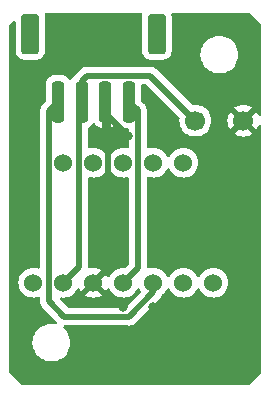
<source format=gbr>
%TF.GenerationSoftware,KiCad,Pcbnew,7.0.8*%
%TF.CreationDate,2024-11-10T19:24:17+09:00*%
%TF.ProjectId,LSM_Module_V0.1.0,4c534d5f-4d6f-4647-956c-655f56302e31,rev?*%
%TF.SameCoordinates,Original*%
%TF.FileFunction,Copper,L1,Top*%
%TF.FilePolarity,Positive*%
%FSLAX46Y46*%
G04 Gerber Fmt 4.6, Leading zero omitted, Abs format (unit mm)*
G04 Created by KiCad (PCBNEW 7.0.8) date 2024-11-10 19:24:17*
%MOMM*%
%LPD*%
G01*
G04 APERTURE LIST*
G04 Aperture macros list*
%AMRoundRect*
0 Rectangle with rounded corners*
0 $1 Rounding radius*
0 $2 $3 $4 $5 $6 $7 $8 $9 X,Y pos of 4 corners*
0 Add a 4 corners polygon primitive as box body*
4,1,4,$2,$3,$4,$5,$6,$7,$8,$9,$2,$3,0*
0 Add four circle primitives for the rounded corners*
1,1,$1+$1,$2,$3*
1,1,$1+$1,$4,$5*
1,1,$1+$1,$6,$7*
1,1,$1+$1,$8,$9*
0 Add four rect primitives between the rounded corners*
20,1,$1+$1,$2,$3,$4,$5,0*
20,1,$1+$1,$4,$5,$6,$7,0*
20,1,$1+$1,$6,$7,$8,$9,0*
20,1,$1+$1,$8,$9,$2,$3,0*%
G04 Aperture macros list end*
%TA.AperFunction,ComponentPad*%
%ADD10C,1.700000*%
%TD*%
%TA.AperFunction,SMDPad,CuDef*%
%ADD11RoundRect,0.250000X0.250000X1.500000X-0.250000X1.500000X-0.250000X-1.500000X0.250000X-1.500000X0*%
%TD*%
%TA.AperFunction,SMDPad,CuDef*%
%ADD12RoundRect,0.250001X0.499999X1.449999X-0.499999X1.449999X-0.499999X-1.449999X0.499999X-1.449999X0*%
%TD*%
%TA.AperFunction,ComponentPad*%
%ADD13C,1.524000*%
%TD*%
%TA.AperFunction,ViaPad*%
%ADD14C,0.800000*%
%TD*%
%TA.AperFunction,Conductor*%
%ADD15C,0.500000*%
%TD*%
G04 APERTURE END LIST*
D10*
%TO.P,J1,1,Pin_1*%
%TO.N,3.3V*%
X16256000Y-9652000D03*
%TD*%
D11*
%TO.P,J7,1,Pin_1*%
%TO.N,SCL*%
X10636000Y-8036000D03*
%TO.P,J7,2,Pin_2*%
%TO.N,GND*%
X8636000Y-8036000D03*
%TO.P,J7,3,Pin_3*%
%TO.N,3.3V*%
X6636000Y-8036000D03*
%TO.P,J7,4,Pin_4*%
%TO.N,SDA*%
X4636000Y-8036000D03*
D12*
%TO.P,J7,MP*%
%TO.N,N/C*%
X12986000Y-2286000D03*
X2286000Y-2286000D03*
%TD*%
D10*
%TO.P,J2,1,Pin_1*%
%TO.N,GND*%
X20320000Y-9652000D03*
%TD*%
D13*
%TO.P,U2,1,VIN*%
%TO.N,unconnected-(U2-VIN-Pad1)*%
X2540000Y-23368000D03*
%TO.P,U2,2,3V3*%
%TO.N,3.3V*%
X5080000Y-23368000D03*
%TO.P,U2,3,GND*%
%TO.N,GND*%
X7620000Y-23368000D03*
%TO.P,U2,4,SCL*%
%TO.N,SCL*%
X10160000Y-23368000D03*
%TO.P,U2,5,SDA*%
%TO.N,SDA*%
X12700000Y-23368000D03*
%TO.P,U2,6,CS*%
%TO.N,unconnected-(U2-CS-Pad6)*%
X15240000Y-23368000D03*
%TO.P,U2,7,SDO*%
%TO.N,unconnected-(U2-SDO-Pad7)*%
X17780000Y-23368000D03*
%TO.P,U2,8,OCS*%
%TO.N,unconnected-(U2-OCS-Pad8)*%
X5080000Y-13208000D03*
%TO.P,U2,9,INT2*%
%TO.N,unconnected-(U2-INT2-Pad9)*%
X7620000Y-13208000D03*
%TO.P,U2,10,INT1*%
%TO.N,unconnected-(U2-INT1-Pad10)*%
X10160000Y-13208000D03*
%TO.P,U2,11,SCX*%
%TO.N,unconnected-(U2-SCX-Pad11)*%
X12700000Y-13208000D03*
%TO.P,U2,12,SDX*%
%TO.N,unconnected-(U2-SDX-Pad12)*%
X15240000Y-13208000D03*
%TD*%
D14*
%TO.N,GND*%
X13208000Y-10922000D03*
X2540000Y-20320000D03*
X15240000Y-17780000D03*
X7620000Y-30480000D03*
X8890000Y-1270000D03*
X20320000Y-17780000D03*
X7620000Y-27940000D03*
X12700000Y-25400000D03*
X10160000Y-30480000D03*
X17780000Y-17780000D03*
X20320000Y-12700000D03*
X12700000Y-30480000D03*
X15240000Y-20320000D03*
X17780000Y-20320000D03*
X20320000Y-20320000D03*
X5080000Y-1270000D03*
X10160000Y-27940000D03*
X12700000Y-27940000D03*
X20320000Y-15240000D03*
X8890000Y-3810000D03*
X5080000Y-3810000D03*
X10522500Y-10922000D03*
X12700000Y-20320000D03*
X10160000Y-25400000D03*
X12700000Y-17780000D03*
X20320000Y-22860000D03*
%TD*%
D15*
%TO.N,SDA*%
X5168000Y-26250000D02*
X10647918Y-26250000D01*
X3868000Y-8804000D02*
X3868000Y-24950000D01*
X4636000Y-8036000D02*
X3868000Y-8804000D01*
X10647918Y-26250000D02*
X12700000Y-24197918D01*
X3868000Y-24950000D02*
X5168000Y-26250000D01*
X12700000Y-24197918D02*
X12700000Y-23368000D01*
%TO.N,SCL*%
X11372000Y-22156000D02*
X10160000Y-23368000D01*
X10636000Y-8036000D02*
X11372000Y-8772000D01*
X11372000Y-8772000D02*
X11372000Y-22156000D01*
%TO.N,3.3V*%
X6636000Y-6286000D02*
X6636000Y-8036000D01*
X16256000Y-9652000D02*
X12440000Y-5836000D01*
X7086000Y-5836000D02*
X6636000Y-6286000D01*
X12440000Y-5836000D02*
X7086000Y-5836000D01*
X6636000Y-8036000D02*
X6408000Y-8264000D01*
X6408000Y-22040000D02*
X5080000Y-23368000D01*
X6408000Y-8264000D02*
X6408000Y-22040000D01*
%TO.N,GND*%
X13462000Y-11176000D02*
X13208000Y-10922000D01*
X20320000Y-9652000D02*
X18796000Y-11176000D01*
X8832000Y-8232000D02*
X8832000Y-22156000D01*
X10522500Y-10922000D02*
X8636000Y-9035500D01*
X8832000Y-22156000D02*
X7620000Y-23368000D01*
X8636000Y-8036000D02*
X8832000Y-8232000D01*
X8636000Y-9035500D02*
X8636000Y-8036000D01*
X18796000Y-11176000D02*
X13462000Y-11176000D01*
%TD*%
%TA.AperFunction,Conductor*%
%TO.N,GND*%
G36*
X8671740Y-24066187D02*
G01*
X8671742Y-24066186D01*
X8717093Y-24001420D01*
X8717100Y-24001408D01*
X8777342Y-23872219D01*
X8823514Y-23819779D01*
X8890707Y-23800627D01*
X8957588Y-23820842D01*
X9002106Y-23872219D01*
X9062464Y-24001658D01*
X9062468Y-24001666D01*
X9189170Y-24182615D01*
X9189175Y-24182621D01*
X9345378Y-24338824D01*
X9345384Y-24338829D01*
X9526333Y-24465531D01*
X9526335Y-24465532D01*
X9526338Y-24465534D01*
X9726550Y-24558894D01*
X9939932Y-24616070D01*
X10097123Y-24629822D01*
X10159998Y-24635323D01*
X10160000Y-24635323D01*
X10160002Y-24635323D01*
X10215017Y-24630509D01*
X10380068Y-24616070D01*
X10593450Y-24558894D01*
X10793662Y-24465534D01*
X10974620Y-24338826D01*
X11130826Y-24182620D01*
X11257534Y-24001662D01*
X11317618Y-23872811D01*
X11363790Y-23820371D01*
X11430983Y-23801219D01*
X11497865Y-23821435D01*
X11542382Y-23872811D01*
X11602347Y-24001408D01*
X11602466Y-24001662D01*
X11638506Y-24053133D01*
X11660833Y-24119338D01*
X11643823Y-24187105D01*
X11624612Y-24211936D01*
X10373369Y-25463181D01*
X10312046Y-25496666D01*
X10285688Y-25499500D01*
X5530229Y-25499500D01*
X5463190Y-25479815D01*
X5442548Y-25463181D01*
X4810980Y-24831612D01*
X4777495Y-24770289D01*
X4782479Y-24700597D01*
X4824351Y-24644664D01*
X4889815Y-24620247D01*
X4909458Y-24620402D01*
X5063621Y-24633890D01*
X5079999Y-24635323D01*
X5080000Y-24635323D01*
X5080002Y-24635323D01*
X5135017Y-24630509D01*
X5300068Y-24616070D01*
X5513450Y-24558894D01*
X5713662Y-24465534D01*
X5894620Y-24338826D01*
X6050826Y-24182620D01*
X6177534Y-24001662D01*
X6237894Y-23872218D01*
X6284066Y-23819779D01*
X6351259Y-23800627D01*
X6418141Y-23820843D01*
X6462658Y-23872219D01*
X6522899Y-24001407D01*
X6522900Y-24001409D01*
X6568258Y-24066187D01*
X7235096Y-23399349D01*
X7235051Y-23399898D01*
X7266266Y-23523162D01*
X7335813Y-23629612D01*
X7436157Y-23707713D01*
X7556422Y-23749000D01*
X7592553Y-23749000D01*
X6921811Y-24419741D01*
X6986582Y-24465094D01*
X6986592Y-24465100D01*
X7186715Y-24558419D01*
X7186729Y-24558424D01*
X7400013Y-24615573D01*
X7400023Y-24615575D01*
X7619999Y-24634821D01*
X7620001Y-24634821D01*
X7839976Y-24615575D01*
X7839986Y-24615573D01*
X8053270Y-24558424D01*
X8053284Y-24558419D01*
X8253408Y-24465100D01*
X8253420Y-24465093D01*
X8318186Y-24419742D01*
X8318187Y-24419740D01*
X7647448Y-23749000D01*
X7651569Y-23749000D01*
X7745421Y-23733339D01*
X7857251Y-23672820D01*
X7943371Y-23579269D01*
X7994448Y-23462823D01*
X8000105Y-23394552D01*
X8671740Y-24066187D01*
G37*
%TD.AperFunction*%
%TA.AperFunction,Conductor*%
G36*
X8957865Y-13661435D02*
G01*
X9002382Y-13712811D01*
X9062464Y-13841658D01*
X9062468Y-13841666D01*
X9189170Y-14022615D01*
X9189175Y-14022621D01*
X9345378Y-14178824D01*
X9345384Y-14178829D01*
X9526333Y-14305531D01*
X9526335Y-14305532D01*
X9526338Y-14305534D01*
X9726550Y-14398894D01*
X9939932Y-14456070D01*
X10097123Y-14469822D01*
X10159998Y-14475323D01*
X10160000Y-14475323D01*
X10160002Y-14475323D01*
X10215017Y-14470509D01*
X10380068Y-14456070D01*
X10465407Y-14433203D01*
X10535255Y-14434864D01*
X10593118Y-14474026D01*
X10620623Y-14538254D01*
X10621500Y-14552977D01*
X10621500Y-21793769D01*
X10601815Y-21860808D01*
X10585181Y-21881450D01*
X10390272Y-22076358D01*
X10328949Y-22109843D01*
X10291785Y-22112205D01*
X10160003Y-22100677D01*
X10159998Y-22100677D01*
X9939937Y-22119929D01*
X9939929Y-22119930D01*
X9726554Y-22177104D01*
X9726548Y-22177107D01*
X9526340Y-22270465D01*
X9526338Y-22270466D01*
X9345377Y-22397175D01*
X9189175Y-22553377D01*
X9062467Y-22734337D01*
X9062466Y-22734339D01*
X9062348Y-22734593D01*
X9002105Y-22863782D01*
X8955932Y-22916221D01*
X8888738Y-22935372D01*
X8821857Y-22915156D01*
X8777341Y-22863780D01*
X8717100Y-22734593D01*
X8717099Y-22734591D01*
X8671740Y-22669811D01*
X8004903Y-23336648D01*
X8004949Y-23336102D01*
X7973734Y-23212838D01*
X7904187Y-23106388D01*
X7803843Y-23028287D01*
X7683578Y-22987000D01*
X7647447Y-22987000D01*
X8318187Y-22316258D01*
X8253409Y-22270900D01*
X8253407Y-22270899D01*
X8053284Y-22177580D01*
X8053270Y-22177575D01*
X7839986Y-22120426D01*
X7839976Y-22120424D01*
X7620001Y-22101179D01*
X7619999Y-22101179D01*
X7400023Y-22120424D01*
X7400010Y-22120427D01*
X7314592Y-22143314D01*
X7244743Y-22141651D01*
X7186880Y-22102488D01*
X7159377Y-22038259D01*
X7158500Y-22023539D01*
X7158500Y-14552977D01*
X7178185Y-14485938D01*
X7230989Y-14440183D01*
X7300147Y-14430239D01*
X7314581Y-14433200D01*
X7399932Y-14456070D01*
X7557123Y-14469822D01*
X7619998Y-14475323D01*
X7620000Y-14475323D01*
X7620002Y-14475323D01*
X7675017Y-14470509D01*
X7840068Y-14456070D01*
X8053450Y-14398894D01*
X8253662Y-14305534D01*
X8434620Y-14178826D01*
X8590826Y-14022620D01*
X8717534Y-13841662D01*
X8777618Y-13712811D01*
X8823790Y-13660371D01*
X8890983Y-13641219D01*
X8957865Y-13661435D01*
G37*
%TD.AperFunction*%
%TA.AperFunction,Conductor*%
G36*
X8829039Y-7805685D02*
G01*
X8874794Y-7858489D01*
X8886000Y-7910000D01*
X8886000Y-10285999D01*
X8935972Y-10285999D01*
X8935986Y-10285998D01*
X9038697Y-10275505D01*
X9205119Y-10220358D01*
X9205124Y-10220356D01*
X9354345Y-10128315D01*
X9478317Y-10004343D01*
X9530167Y-9920281D01*
X9582115Y-9873556D01*
X9651077Y-9862333D01*
X9715159Y-9890176D01*
X9741244Y-9920279D01*
X9793288Y-10004656D01*
X9917344Y-10128712D01*
X10066666Y-10220814D01*
X10233203Y-10275999D01*
X10335991Y-10286500D01*
X10497500Y-10286499D01*
X10564539Y-10306183D01*
X10610294Y-10358987D01*
X10621500Y-10410499D01*
X10621500Y-11863021D01*
X10601815Y-11930060D01*
X10549011Y-11975815D01*
X10479853Y-11985759D01*
X10465407Y-11982796D01*
X10380073Y-11959931D01*
X10380069Y-11959930D01*
X10380068Y-11959930D01*
X10380067Y-11959929D01*
X10380062Y-11959929D01*
X10160002Y-11940677D01*
X10159998Y-11940677D01*
X9939937Y-11959929D01*
X9939929Y-11959930D01*
X9726554Y-12017104D01*
X9726548Y-12017107D01*
X9526340Y-12110465D01*
X9526338Y-12110466D01*
X9345377Y-12237175D01*
X9189175Y-12393377D01*
X9062466Y-12574338D01*
X9062465Y-12574340D01*
X9002382Y-12703189D01*
X8956209Y-12755628D01*
X8889016Y-12774780D01*
X8822135Y-12754564D01*
X8777618Y-12703189D01*
X8717534Y-12574340D01*
X8717533Y-12574338D01*
X8590827Y-12393381D01*
X8590823Y-12393377D01*
X8434620Y-12237174D01*
X8434616Y-12237171D01*
X8434615Y-12237170D01*
X8253666Y-12110468D01*
X8253662Y-12110466D01*
X8197499Y-12084277D01*
X8053450Y-12017106D01*
X8053447Y-12017105D01*
X8053445Y-12017104D01*
X7840070Y-11959930D01*
X7840062Y-11959929D01*
X7620002Y-11940677D01*
X7619998Y-11940677D01*
X7399937Y-11959929D01*
X7399926Y-11959931D01*
X7314593Y-11982796D01*
X7244743Y-11981133D01*
X7186881Y-11941970D01*
X7159377Y-11877741D01*
X7158500Y-11863021D01*
X7158500Y-10318908D01*
X7178185Y-10251869D01*
X7217404Y-10213369D01*
X7354656Y-10128712D01*
X7478712Y-10004656D01*
X7530755Y-9920279D01*
X7582701Y-9873556D01*
X7651664Y-9862333D01*
X7715746Y-9890176D01*
X7741831Y-9920280D01*
X7793680Y-10004340D01*
X7793683Y-10004344D01*
X7917654Y-10128315D01*
X8066875Y-10220356D01*
X8066880Y-10220358D01*
X8233302Y-10275505D01*
X8233309Y-10275506D01*
X8336019Y-10285999D01*
X8385999Y-10285998D01*
X8386000Y-10285998D01*
X8386000Y-7910000D01*
X8405685Y-7842961D01*
X8458489Y-7797206D01*
X8510000Y-7786000D01*
X8762000Y-7786000D01*
X8829039Y-7805685D01*
G37*
%TD.AperFunction*%
%TA.AperFunction,Conductor*%
G36*
X11699377Y-527685D02*
G01*
X11745132Y-580489D01*
X11755076Y-649647D01*
X11750043Y-671006D01*
X11746001Y-683201D01*
X11746000Y-683204D01*
X11735500Y-785984D01*
X11735500Y-3786015D01*
X11746000Y-3888795D01*
X11746001Y-3888796D01*
X11801186Y-4055335D01*
X11801187Y-4055337D01*
X11893286Y-4204651D01*
X11893289Y-4204655D01*
X12017344Y-4328710D01*
X12017348Y-4328713D01*
X12166662Y-4420812D01*
X12166664Y-4420813D01*
X12166666Y-4420814D01*
X12333203Y-4475999D01*
X12435992Y-4486500D01*
X12435997Y-4486500D01*
X13536003Y-4486500D01*
X13536008Y-4486500D01*
X13638797Y-4475999D01*
X13805334Y-4420814D01*
X13954655Y-4328711D01*
X14078711Y-4204655D01*
X14165469Y-4064000D01*
X16682551Y-4064000D01*
X16702317Y-4315151D01*
X16761126Y-4560110D01*
X16857533Y-4792859D01*
X16989160Y-5007653D01*
X16989161Y-5007656D01*
X16989164Y-5007659D01*
X17152776Y-5199224D01*
X17291224Y-5317470D01*
X17344343Y-5362838D01*
X17344346Y-5362839D01*
X17559140Y-5494466D01*
X17791889Y-5590873D01*
X18036852Y-5649683D01*
X18192950Y-5661968D01*
X18225116Y-5664500D01*
X18225118Y-5664500D01*
X18350884Y-5664500D01*
X18380518Y-5662167D01*
X18539148Y-5649683D01*
X18784111Y-5590873D01*
X19016859Y-5494466D01*
X19231659Y-5362836D01*
X19423224Y-5199224D01*
X19586836Y-5007659D01*
X19718466Y-4792859D01*
X19814873Y-4560111D01*
X19873683Y-4315148D01*
X19893449Y-4064000D01*
X19873683Y-3812852D01*
X19814873Y-3567889D01*
X19718466Y-3335141D01*
X19718466Y-3335140D01*
X19586839Y-3120346D01*
X19586838Y-3120343D01*
X19549875Y-3077066D01*
X19423224Y-2928776D01*
X19296571Y-2820604D01*
X19231656Y-2765161D01*
X19231653Y-2765160D01*
X19016859Y-2633533D01*
X18784110Y-2537126D01*
X18539150Y-2478317D01*
X18350884Y-2463500D01*
X18350882Y-2463500D01*
X18225118Y-2463500D01*
X18225116Y-2463500D01*
X18036849Y-2478317D01*
X17791889Y-2537126D01*
X17559140Y-2633533D01*
X17344346Y-2765160D01*
X17344343Y-2765161D01*
X17152776Y-2928776D01*
X16989161Y-3120343D01*
X16989160Y-3120346D01*
X16857533Y-3335140D01*
X16761126Y-3567889D01*
X16702317Y-3812848D01*
X16682551Y-4064000D01*
X14165469Y-4064000D01*
X14170814Y-4055334D01*
X14225999Y-3888797D01*
X14236500Y-3786008D01*
X14236500Y-785992D01*
X14225999Y-683203D01*
X14221956Y-671004D01*
X14219554Y-601177D01*
X14255285Y-541135D01*
X14317805Y-509942D01*
X14339662Y-508000D01*
X20776638Y-508000D01*
X20843677Y-527685D01*
X20864319Y-544319D01*
X21807681Y-1487681D01*
X21841166Y-1549004D01*
X21844000Y-1575362D01*
X21844000Y-9181770D01*
X21824315Y-9248809D01*
X21771511Y-9294564D01*
X21702353Y-9304508D01*
X21638797Y-9275483D01*
X21601023Y-9216705D01*
X21600225Y-9213864D01*
X21593432Y-9188513D01*
X21593429Y-9188507D01*
X21493600Y-8974423D01*
X21493599Y-8974421D01*
X21434925Y-8890626D01*
X21434925Y-8890625D01*
X20803076Y-9522475D01*
X20779493Y-9442156D01*
X20701761Y-9321202D01*
X20593100Y-9227048D01*
X20462315Y-9167320D01*
X20452533Y-9165913D01*
X21081373Y-8537073D01*
X21081373Y-8537072D01*
X20997583Y-8478402D01*
X20997579Y-8478400D01*
X20783492Y-8378570D01*
X20783483Y-8378566D01*
X20555326Y-8317432D01*
X20555315Y-8317430D01*
X20320002Y-8296843D01*
X20319998Y-8296843D01*
X20084684Y-8317430D01*
X20084673Y-8317432D01*
X19856516Y-8378566D01*
X19856507Y-8378570D01*
X19642419Y-8478401D01*
X19558625Y-8537072D01*
X20187466Y-9165913D01*
X20177685Y-9167320D01*
X20046900Y-9227048D01*
X19938239Y-9321202D01*
X19860507Y-9442156D01*
X19836923Y-9522475D01*
X19205073Y-8890625D01*
X19205072Y-8890625D01*
X19146401Y-8974419D01*
X19046570Y-9188507D01*
X19046566Y-9188516D01*
X18985432Y-9416673D01*
X18985430Y-9416684D01*
X18964843Y-9651998D01*
X18964843Y-9652001D01*
X18985430Y-9887315D01*
X18985432Y-9887326D01*
X19046566Y-10115483D01*
X19046570Y-10115492D01*
X19146400Y-10329579D01*
X19146402Y-10329583D01*
X19205072Y-10413373D01*
X19205073Y-10413373D01*
X19836923Y-9781523D01*
X19860507Y-9861844D01*
X19938239Y-9982798D01*
X20046900Y-10076952D01*
X20177685Y-10136680D01*
X20187466Y-10138086D01*
X19558625Y-10766925D01*
X19642421Y-10825599D01*
X19856507Y-10925429D01*
X19856516Y-10925433D01*
X20084673Y-10986567D01*
X20084684Y-10986569D01*
X20319998Y-11007157D01*
X20320002Y-11007157D01*
X20555315Y-10986569D01*
X20555326Y-10986567D01*
X20783483Y-10925433D01*
X20783492Y-10925429D01*
X20997578Y-10825600D01*
X20997582Y-10825598D01*
X21081373Y-10766926D01*
X21081373Y-10766925D01*
X20452533Y-10138086D01*
X20462315Y-10136680D01*
X20593100Y-10076952D01*
X20701761Y-9982798D01*
X20779493Y-9861844D01*
X20803076Y-9781524D01*
X21434925Y-10413373D01*
X21434926Y-10413373D01*
X21493598Y-10329582D01*
X21493600Y-10329578D01*
X21593429Y-10115492D01*
X21593433Y-10115483D01*
X21600225Y-10090136D01*
X21636589Y-10030476D01*
X21699436Y-9999946D01*
X21768812Y-10008240D01*
X21822690Y-10052725D01*
X21843965Y-10119277D01*
X21844000Y-10122229D01*
X21844000Y-30936638D01*
X21824315Y-31003677D01*
X21807681Y-31024319D01*
X20864319Y-31967681D01*
X20802996Y-32001166D01*
X20776638Y-32004000D01*
X1575362Y-32004000D01*
X1508323Y-31984315D01*
X1487681Y-31967681D01*
X544319Y-31024319D01*
X510834Y-30962996D01*
X508000Y-30936638D01*
X508000Y-23368002D01*
X1272677Y-23368002D01*
X1291929Y-23588062D01*
X1291930Y-23588070D01*
X1349104Y-23801445D01*
X1349105Y-23801447D01*
X1349106Y-23801450D01*
X1382106Y-23872219D01*
X1442466Y-24001662D01*
X1442468Y-24001666D01*
X1569170Y-24182615D01*
X1569175Y-24182621D01*
X1725378Y-24338824D01*
X1725384Y-24338829D01*
X1906333Y-24465531D01*
X1906335Y-24465532D01*
X1906338Y-24465534D01*
X2106550Y-24558894D01*
X2319932Y-24616070D01*
X2477123Y-24629822D01*
X2539998Y-24635323D01*
X2540000Y-24635323D01*
X2540002Y-24635323D01*
X2595017Y-24630509D01*
X2760068Y-24616070D01*
X2961410Y-24562120D01*
X3031256Y-24563783D01*
X3089118Y-24602945D01*
X3116623Y-24667173D01*
X3117500Y-24681895D01*
X3117500Y-24886294D01*
X3116191Y-24904263D01*
X3112710Y-24928025D01*
X3117264Y-24980064D01*
X3117500Y-24985470D01*
X3117500Y-24993709D01*
X3121306Y-25026274D01*
X3128000Y-25102791D01*
X3129461Y-25109867D01*
X3129403Y-25109878D01*
X3131034Y-25117237D01*
X3131092Y-25117224D01*
X3132757Y-25124250D01*
X3159025Y-25196424D01*
X3183185Y-25269331D01*
X3186236Y-25275874D01*
X3186182Y-25275898D01*
X3189470Y-25282688D01*
X3189521Y-25282663D01*
X3192761Y-25289113D01*
X3192762Y-25289114D01*
X3192763Y-25289117D01*
X3234965Y-25353283D01*
X3275287Y-25418655D01*
X3279766Y-25424319D01*
X3279719Y-25424356D01*
X3284482Y-25430202D01*
X3284528Y-25430164D01*
X3289173Y-25435700D01*
X3345018Y-25488386D01*
X4535627Y-26678994D01*
X4569112Y-26740317D01*
X4564128Y-26810008D01*
X4522257Y-26865942D01*
X4456792Y-26890359D01*
X4418999Y-26887249D01*
X4315151Y-26862317D01*
X4126884Y-26847500D01*
X4126882Y-26847500D01*
X4001118Y-26847500D01*
X4001116Y-26847500D01*
X3812849Y-26862317D01*
X3567889Y-26921126D01*
X3335140Y-27017533D01*
X3120346Y-27149160D01*
X3120343Y-27149161D01*
X2928776Y-27312776D01*
X2765161Y-27504343D01*
X2765160Y-27504346D01*
X2633533Y-27719140D01*
X2537126Y-27951889D01*
X2478317Y-28196848D01*
X2458551Y-28448000D01*
X2478317Y-28699151D01*
X2537126Y-28944110D01*
X2633533Y-29176859D01*
X2765160Y-29391653D01*
X2765161Y-29391656D01*
X2765164Y-29391659D01*
X2928776Y-29583224D01*
X3077066Y-29709875D01*
X3120343Y-29746838D01*
X3120346Y-29746839D01*
X3335140Y-29878466D01*
X3567889Y-29974873D01*
X3812852Y-30033683D01*
X3968950Y-30045968D01*
X4001116Y-30048500D01*
X4001118Y-30048500D01*
X4126884Y-30048500D01*
X4156518Y-30046167D01*
X4315148Y-30033683D01*
X4560111Y-29974873D01*
X4792859Y-29878466D01*
X5007659Y-29746836D01*
X5199224Y-29583224D01*
X5362836Y-29391659D01*
X5494466Y-29176859D01*
X5590873Y-28944111D01*
X5649683Y-28699148D01*
X5669449Y-28448000D01*
X5649683Y-28196852D01*
X5590873Y-27951889D01*
X5494466Y-27719141D01*
X5494466Y-27719140D01*
X5362839Y-27504346D01*
X5362838Y-27504343D01*
X5325875Y-27461066D01*
X5199224Y-27312776D01*
X5089541Y-27219098D01*
X5051349Y-27160592D01*
X5050851Y-27090724D01*
X5088204Y-27031678D01*
X5151551Y-27002200D01*
X5166460Y-27000862D01*
X5177366Y-27000545D01*
X5178923Y-27000500D01*
X10584213Y-27000500D01*
X10602183Y-27001809D01*
X10625941Y-27005289D01*
X10677986Y-27000735D01*
X10683388Y-27000500D01*
X10691622Y-27000500D01*
X10691627Y-27000500D01*
X10703245Y-26999141D01*
X10724194Y-26996693D01*
X10736946Y-26995577D01*
X10800715Y-26989999D01*
X10800723Y-26989996D01*
X10807784Y-26988539D01*
X10807796Y-26988598D01*
X10815161Y-26986965D01*
X10815147Y-26986906D01*
X10822164Y-26985241D01*
X10822173Y-26985241D01*
X10894341Y-26958974D01*
X10967252Y-26934814D01*
X10967261Y-26934807D01*
X10973800Y-26931760D01*
X10973826Y-26931816D01*
X10980608Y-26928532D01*
X10980581Y-26928478D01*
X10987024Y-26925240D01*
X10987035Y-26925237D01*
X11051201Y-26883034D01*
X11116574Y-26842712D01*
X11116580Y-26842705D01*
X11122243Y-26838229D01*
X11122280Y-26838277D01*
X11128122Y-26833518D01*
X11128082Y-26833471D01*
X11133604Y-26828836D01*
X11133614Y-26828830D01*
X11157179Y-26803852D01*
X11186304Y-26772982D01*
X12849417Y-25109867D01*
X13185638Y-24773645D01*
X13199267Y-24761868D01*
X13218530Y-24747528D01*
X13218532Y-24747524D01*
X13218534Y-24747524D01*
X13236663Y-24725917D01*
X13252113Y-24707503D01*
X13255767Y-24703517D01*
X13261589Y-24697696D01*
X13281928Y-24671972D01*
X13287162Y-24665733D01*
X13331302Y-24613132D01*
X13331304Y-24613127D01*
X13335272Y-24607097D01*
X13335323Y-24607130D01*
X13339369Y-24600778D01*
X13339317Y-24600746D01*
X13343109Y-24594597D01*
X13343111Y-24594595D01*
X13375569Y-24524987D01*
X13410040Y-24456351D01*
X13410043Y-24456335D01*
X13412510Y-24449562D01*
X13412568Y-24449583D01*
X13415035Y-24442485D01*
X13414977Y-24442466D01*
X13416662Y-24437379D01*
X13416960Y-24436947D01*
X13417951Y-24434098D01*
X13420317Y-24429027D01*
X13421924Y-24429776D01*
X13456428Y-24379929D01*
X13463218Y-24374817D01*
X13514620Y-24338826D01*
X13670826Y-24182620D01*
X13797534Y-24001662D01*
X13857618Y-23872811D01*
X13903790Y-23820371D01*
X13970983Y-23801219D01*
X14037865Y-23821435D01*
X14082382Y-23872811D01*
X14142464Y-24001658D01*
X14142468Y-24001666D01*
X14269170Y-24182615D01*
X14269175Y-24182621D01*
X14425378Y-24338824D01*
X14425384Y-24338829D01*
X14606333Y-24465531D01*
X14606335Y-24465532D01*
X14606338Y-24465534D01*
X14806550Y-24558894D01*
X15019932Y-24616070D01*
X15177123Y-24629822D01*
X15239998Y-24635323D01*
X15240000Y-24635323D01*
X15240002Y-24635323D01*
X15295017Y-24630509D01*
X15460068Y-24616070D01*
X15673450Y-24558894D01*
X15873662Y-24465534D01*
X16054620Y-24338826D01*
X16210826Y-24182620D01*
X16337534Y-24001662D01*
X16397618Y-23872811D01*
X16443790Y-23820371D01*
X16510983Y-23801219D01*
X16577865Y-23821435D01*
X16622382Y-23872811D01*
X16682464Y-24001658D01*
X16682468Y-24001666D01*
X16809170Y-24182615D01*
X16809175Y-24182621D01*
X16965378Y-24338824D01*
X16965384Y-24338829D01*
X17146333Y-24465531D01*
X17146335Y-24465532D01*
X17146338Y-24465534D01*
X17346550Y-24558894D01*
X17559932Y-24616070D01*
X17717123Y-24629822D01*
X17779998Y-24635323D01*
X17780000Y-24635323D01*
X17780002Y-24635323D01*
X17835017Y-24630509D01*
X18000068Y-24616070D01*
X18213450Y-24558894D01*
X18413662Y-24465534D01*
X18594620Y-24338826D01*
X18750826Y-24182620D01*
X18877534Y-24001662D01*
X18970894Y-23801450D01*
X19028070Y-23588068D01*
X19047323Y-23368000D01*
X19044532Y-23336102D01*
X19030754Y-23178613D01*
X19028070Y-23147932D01*
X18970894Y-22934550D01*
X18877534Y-22734339D01*
X18814180Y-22643859D01*
X18750827Y-22553381D01*
X18711498Y-22514052D01*
X18594620Y-22397174D01*
X18594616Y-22397171D01*
X18594615Y-22397170D01*
X18413666Y-22270468D01*
X18413662Y-22270466D01*
X18356307Y-22243721D01*
X18213450Y-22177106D01*
X18213447Y-22177105D01*
X18213445Y-22177104D01*
X18000070Y-22119930D01*
X18000062Y-22119929D01*
X17780002Y-22100677D01*
X17779998Y-22100677D01*
X17559937Y-22119929D01*
X17559929Y-22119930D01*
X17346554Y-22177104D01*
X17346548Y-22177107D01*
X17146340Y-22270465D01*
X17146338Y-22270466D01*
X16965377Y-22397175D01*
X16809175Y-22553377D01*
X16682466Y-22734338D01*
X16682465Y-22734340D01*
X16622382Y-22863189D01*
X16576209Y-22915628D01*
X16509016Y-22934780D01*
X16442135Y-22914564D01*
X16397618Y-22863189D01*
X16337652Y-22734593D01*
X16337534Y-22734339D01*
X16274180Y-22643859D01*
X16210827Y-22553381D01*
X16171498Y-22514052D01*
X16054620Y-22397174D01*
X16054616Y-22397171D01*
X16054615Y-22397170D01*
X15873666Y-22270468D01*
X15873662Y-22270466D01*
X15816307Y-22243721D01*
X15673450Y-22177106D01*
X15673447Y-22177105D01*
X15673445Y-22177104D01*
X15460070Y-22119930D01*
X15460062Y-22119929D01*
X15240002Y-22100677D01*
X15239998Y-22100677D01*
X15019937Y-22119929D01*
X15019929Y-22119930D01*
X14806554Y-22177104D01*
X14806548Y-22177107D01*
X14606340Y-22270465D01*
X14606338Y-22270466D01*
X14425377Y-22397175D01*
X14269175Y-22553377D01*
X14142466Y-22734338D01*
X14142465Y-22734340D01*
X14082382Y-22863189D01*
X14036209Y-22915628D01*
X13969016Y-22934780D01*
X13902135Y-22914564D01*
X13857618Y-22863189D01*
X13797652Y-22734593D01*
X13797534Y-22734339D01*
X13734180Y-22643859D01*
X13670827Y-22553381D01*
X13631498Y-22514052D01*
X13514620Y-22397174D01*
X13514616Y-22397171D01*
X13514615Y-22397170D01*
X13333666Y-22270468D01*
X13333662Y-22270466D01*
X13276307Y-22243721D01*
X13133450Y-22177106D01*
X13133447Y-22177105D01*
X13133445Y-22177104D01*
X12920070Y-22119930D01*
X12920062Y-22119929D01*
X12700002Y-22100677D01*
X12699998Y-22100677D01*
X12479937Y-22119929D01*
X12479926Y-22119931D01*
X12278593Y-22173878D01*
X12208743Y-22172215D01*
X12150881Y-22133052D01*
X12123377Y-22068824D01*
X12122500Y-22054103D01*
X12122500Y-14521895D01*
X12142185Y-14454856D01*
X12194989Y-14409101D01*
X12264147Y-14399157D01*
X12278574Y-14402116D01*
X12479932Y-14456070D01*
X12637123Y-14469822D01*
X12699998Y-14475323D01*
X12700000Y-14475323D01*
X12700002Y-14475323D01*
X12755017Y-14470509D01*
X12920068Y-14456070D01*
X13133450Y-14398894D01*
X13333662Y-14305534D01*
X13514620Y-14178826D01*
X13670826Y-14022620D01*
X13797534Y-13841662D01*
X13857618Y-13712811D01*
X13903790Y-13660371D01*
X13970983Y-13641219D01*
X14037865Y-13661435D01*
X14082382Y-13712811D01*
X14142464Y-13841658D01*
X14142468Y-13841666D01*
X14269170Y-14022615D01*
X14269175Y-14022621D01*
X14425378Y-14178824D01*
X14425384Y-14178829D01*
X14606333Y-14305531D01*
X14606335Y-14305532D01*
X14606338Y-14305534D01*
X14806550Y-14398894D01*
X15019932Y-14456070D01*
X15177123Y-14469822D01*
X15239998Y-14475323D01*
X15240000Y-14475323D01*
X15240002Y-14475323D01*
X15295017Y-14470509D01*
X15460068Y-14456070D01*
X15673450Y-14398894D01*
X15873662Y-14305534D01*
X16054620Y-14178826D01*
X16210826Y-14022620D01*
X16337534Y-13841662D01*
X16430894Y-13641450D01*
X16488070Y-13428068D01*
X16507323Y-13208000D01*
X16488070Y-12987932D01*
X16430894Y-12774550D01*
X16337534Y-12574339D01*
X16210826Y-12393380D01*
X16054620Y-12237174D01*
X16054616Y-12237171D01*
X16054615Y-12237170D01*
X15873666Y-12110468D01*
X15873662Y-12110466D01*
X15817499Y-12084277D01*
X15673450Y-12017106D01*
X15673447Y-12017105D01*
X15673445Y-12017104D01*
X15460070Y-11959930D01*
X15460062Y-11959929D01*
X15240002Y-11940677D01*
X15239998Y-11940677D01*
X15019937Y-11959929D01*
X15019929Y-11959930D01*
X14806554Y-12017104D01*
X14806548Y-12017107D01*
X14606340Y-12110465D01*
X14606338Y-12110466D01*
X14425377Y-12237175D01*
X14269175Y-12393377D01*
X14142466Y-12574338D01*
X14142465Y-12574340D01*
X14082382Y-12703189D01*
X14036209Y-12755628D01*
X13969016Y-12774780D01*
X13902135Y-12754564D01*
X13857618Y-12703189D01*
X13797534Y-12574340D01*
X13797533Y-12574338D01*
X13670827Y-12393381D01*
X13670823Y-12393377D01*
X13514620Y-12237174D01*
X13514616Y-12237171D01*
X13514615Y-12237170D01*
X13333666Y-12110468D01*
X13333662Y-12110466D01*
X13277499Y-12084277D01*
X13133450Y-12017106D01*
X13133447Y-12017105D01*
X13133445Y-12017104D01*
X12920070Y-11959930D01*
X12920062Y-11959929D01*
X12700002Y-11940677D01*
X12699998Y-11940677D01*
X12479937Y-11959929D01*
X12479926Y-11959931D01*
X12278593Y-12013878D01*
X12208743Y-12012215D01*
X12150881Y-11973052D01*
X12123377Y-11908824D01*
X12122500Y-11894103D01*
X12122500Y-8835705D01*
X12123809Y-8817735D01*
X12127289Y-8793974D01*
X12122736Y-8741939D01*
X12122500Y-8736532D01*
X12122500Y-8728296D01*
X12122500Y-8728291D01*
X12118691Y-8695705D01*
X12111998Y-8619203D01*
X12111995Y-8619194D01*
X12110538Y-8612135D01*
X12110598Y-8612122D01*
X12108965Y-8604757D01*
X12108906Y-8604772D01*
X12107241Y-8597749D01*
X12107241Y-8597745D01*
X12080971Y-8525568D01*
X12065198Y-8477967D01*
X12056816Y-8452670D01*
X12053761Y-8446118D01*
X12053815Y-8446092D01*
X12050533Y-8439312D01*
X12050480Y-8439340D01*
X12047238Y-8432886D01*
X12047237Y-8432883D01*
X12005038Y-8368723D01*
X11964712Y-8303344D01*
X11964711Y-8303343D01*
X11964710Y-8303341D01*
X11960234Y-8297681D01*
X11960280Y-8297643D01*
X11955519Y-8291799D01*
X11955474Y-8291838D01*
X11950834Y-8286308D01*
X11894982Y-8233613D01*
X11672818Y-8011449D01*
X11639333Y-7950126D01*
X11636499Y-7923768D01*
X11636499Y-6710500D01*
X11656184Y-6643461D01*
X11708988Y-6597706D01*
X11760499Y-6586500D01*
X12077770Y-6586500D01*
X12144809Y-6606185D01*
X12165451Y-6622819D01*
X14883130Y-9340498D01*
X14916615Y-9401821D01*
X14918977Y-9438986D01*
X14900341Y-9651997D01*
X14900341Y-9652000D01*
X14920936Y-9887403D01*
X14920938Y-9887413D01*
X14982094Y-10115655D01*
X14982096Y-10115659D01*
X14982097Y-10115663D01*
X15030917Y-10220358D01*
X15081965Y-10329830D01*
X15081967Y-10329834D01*
X15138450Y-10410499D01*
X15217505Y-10523401D01*
X15384599Y-10690495D01*
X15481384Y-10758265D01*
X15578165Y-10826032D01*
X15578167Y-10826033D01*
X15578170Y-10826035D01*
X15792337Y-10925903D01*
X16020592Y-10987063D01*
X16208918Y-11003539D01*
X16255999Y-11007659D01*
X16256000Y-11007659D01*
X16256001Y-11007659D01*
X16295234Y-11004226D01*
X16491408Y-10987063D01*
X16719663Y-10925903D01*
X16933830Y-10826035D01*
X17127401Y-10690495D01*
X17294495Y-10523401D01*
X17430035Y-10329830D01*
X17529903Y-10115663D01*
X17591063Y-9887408D01*
X17611659Y-9652000D01*
X17591063Y-9416592D01*
X17529903Y-9188337D01*
X17430035Y-8974171D01*
X17371537Y-8890626D01*
X17294494Y-8780597D01*
X17127402Y-8613506D01*
X17127395Y-8613501D01*
X17114907Y-8604757D01*
X17030376Y-8545567D01*
X16933834Y-8477967D01*
X16933830Y-8477965D01*
X16865478Y-8446092D01*
X16719663Y-8378097D01*
X16719659Y-8378096D01*
X16719655Y-8378094D01*
X16491413Y-8316938D01*
X16491403Y-8316936D01*
X16256001Y-8296341D01*
X16255998Y-8296341D01*
X16042985Y-8314977D01*
X15974485Y-8301210D01*
X15944497Y-8279130D01*
X13015729Y-5350361D01*
X13003949Y-5336730D01*
X12996482Y-5326701D01*
X12989612Y-5317472D01*
X12984303Y-5313017D01*
X12949587Y-5283886D01*
X12945612Y-5280244D01*
X12942690Y-5277322D01*
X12939780Y-5274411D01*
X12914040Y-5254059D01*
X12855209Y-5204694D01*
X12849180Y-5200729D01*
X12849212Y-5200680D01*
X12842853Y-5196628D01*
X12842822Y-5196679D01*
X12836680Y-5192891D01*
X12836678Y-5192890D01*
X12836677Y-5192889D01*
X12797474Y-5174608D01*
X12767058Y-5160424D01*
X12732894Y-5143267D01*
X12698433Y-5125960D01*
X12698431Y-5125959D01*
X12698430Y-5125959D01*
X12691645Y-5123489D01*
X12691665Y-5123433D01*
X12684549Y-5120959D01*
X12684531Y-5121015D01*
X12677671Y-5118742D01*
X12649841Y-5112996D01*
X12602434Y-5103207D01*
X12553472Y-5091603D01*
X12527719Y-5085499D01*
X12520547Y-5084661D01*
X12520553Y-5084601D01*
X12513055Y-5083835D01*
X12513050Y-5083895D01*
X12505860Y-5083265D01*
X12429083Y-5085500D01*
X7149705Y-5085500D01*
X7131735Y-5084191D01*
X7107972Y-5080710D01*
X7062890Y-5084655D01*
X7055933Y-5085264D01*
X7050532Y-5085500D01*
X7042287Y-5085500D01*
X7016222Y-5088546D01*
X7009705Y-5089308D01*
X7004403Y-5089771D01*
X6933201Y-5096001D01*
X6926134Y-5097461D01*
X6926122Y-5097404D01*
X6918753Y-5099038D01*
X6918767Y-5099095D01*
X6911739Y-5100760D01*
X6862335Y-5118742D01*
X6839563Y-5127030D01*
X6766666Y-5151186D01*
X6766664Y-5151186D01*
X6766661Y-5151188D01*
X6760122Y-5154237D01*
X6760097Y-5154185D01*
X6753308Y-5157471D01*
X6753334Y-5157522D01*
X6746884Y-5160761D01*
X6682716Y-5202964D01*
X6617347Y-5243285D01*
X6611677Y-5247769D01*
X6611641Y-5247723D01*
X6605798Y-5252484D01*
X6605835Y-5252528D01*
X6600310Y-5257164D01*
X6547614Y-5313017D01*
X6150358Y-5710272D01*
X6136729Y-5722051D01*
X6117468Y-5736390D01*
X6083898Y-5776397D01*
X6080253Y-5780376D01*
X6074409Y-5786222D01*
X6054059Y-5811959D01*
X6004695Y-5870789D01*
X6000729Y-5876819D01*
X5998612Y-5875426D01*
X5961220Y-5916224D01*
X5917345Y-5943286D01*
X5793287Y-6067345D01*
X5741539Y-6151243D01*
X5689591Y-6197967D01*
X5620628Y-6209190D01*
X5556546Y-6181346D01*
X5530461Y-6151243D01*
X5478712Y-6067344D01*
X5354656Y-5943288D01*
X5205334Y-5851186D01*
X5038797Y-5796001D01*
X5038795Y-5796000D01*
X4936010Y-5785500D01*
X4335998Y-5785500D01*
X4335980Y-5785501D01*
X4233203Y-5796000D01*
X4233200Y-5796001D01*
X4066668Y-5851185D01*
X4066663Y-5851187D01*
X3917342Y-5943289D01*
X3793289Y-6067342D01*
X3701187Y-6216663D01*
X3701186Y-6216666D01*
X3646001Y-6383203D01*
X3646001Y-6383204D01*
X3646000Y-6383204D01*
X3635500Y-6485983D01*
X3635500Y-7923769D01*
X3615815Y-7990808D01*
X3599181Y-8011450D01*
X3382358Y-8228272D01*
X3368729Y-8240051D01*
X3349468Y-8254390D01*
X3315898Y-8294397D01*
X3312253Y-8298376D01*
X3306409Y-8304222D01*
X3286059Y-8329959D01*
X3236695Y-8388789D01*
X3232729Y-8394819D01*
X3232682Y-8394788D01*
X3228630Y-8401147D01*
X3228679Y-8401177D01*
X3224889Y-8407321D01*
X3192424Y-8476941D01*
X3157960Y-8545566D01*
X3155488Y-8552357D01*
X3155432Y-8552336D01*
X3152960Y-8559450D01*
X3153015Y-8559469D01*
X3150742Y-8566327D01*
X3144256Y-8597743D01*
X3135207Y-8641565D01*
X3122376Y-8695705D01*
X3117498Y-8716286D01*
X3116661Y-8723454D01*
X3116601Y-8723447D01*
X3115835Y-8730945D01*
X3115895Y-8730951D01*
X3115265Y-8738140D01*
X3117500Y-8814916D01*
X3117500Y-22054103D01*
X3097815Y-22121142D01*
X3045011Y-22166897D01*
X2975853Y-22176841D01*
X2961407Y-22173878D01*
X2760073Y-22119931D01*
X2760069Y-22119930D01*
X2760068Y-22119930D01*
X2760067Y-22119929D01*
X2760062Y-22119929D01*
X2540002Y-22100677D01*
X2539998Y-22100677D01*
X2319937Y-22119929D01*
X2319929Y-22119930D01*
X2106554Y-22177104D01*
X2106548Y-22177107D01*
X1906340Y-22270465D01*
X1906338Y-22270466D01*
X1725377Y-22397175D01*
X1569175Y-22553377D01*
X1442466Y-22734338D01*
X1442465Y-22734340D01*
X1349107Y-22934548D01*
X1349104Y-22934554D01*
X1291930Y-23147929D01*
X1291929Y-23147937D01*
X1272677Y-23367997D01*
X1272677Y-23368002D01*
X508000Y-23368002D01*
X508000Y-1575362D01*
X527685Y-1508323D01*
X544319Y-1487681D01*
X823819Y-1208181D01*
X885142Y-1174696D01*
X954834Y-1179680D01*
X1010767Y-1221552D01*
X1035184Y-1287016D01*
X1035500Y-1295862D01*
X1035500Y-3786015D01*
X1046000Y-3888795D01*
X1046001Y-3888796D01*
X1101186Y-4055335D01*
X1101187Y-4055337D01*
X1193286Y-4204651D01*
X1193289Y-4204655D01*
X1317344Y-4328710D01*
X1317348Y-4328713D01*
X1466662Y-4420812D01*
X1466664Y-4420813D01*
X1466666Y-4420814D01*
X1633203Y-4475999D01*
X1735992Y-4486500D01*
X1735997Y-4486500D01*
X2836003Y-4486500D01*
X2836008Y-4486500D01*
X2938797Y-4475999D01*
X3105334Y-4420814D01*
X3254655Y-4328711D01*
X3378711Y-4204655D01*
X3470814Y-4055334D01*
X3525999Y-3888797D01*
X3536500Y-3786008D01*
X3536500Y-785992D01*
X3525999Y-683203D01*
X3521956Y-671004D01*
X3519554Y-601177D01*
X3555285Y-541135D01*
X3617805Y-509942D01*
X3639662Y-508000D01*
X11632338Y-508000D01*
X11699377Y-527685D01*
G37*
%TD.AperFunction*%
%TD*%
M02*

</source>
